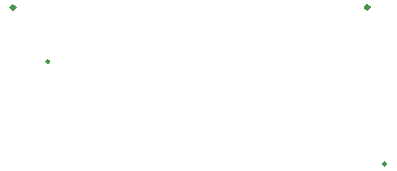
<source format=gto>
G04*
G04 #@! TF.GenerationSoftware,Altium Limited,Altium Designer,25.4.2 (15)*
G04*
G04 Layer_Color=65535*
%FSLAX44Y44*%
%MOMM*%
G71*
G04*
G04 #@! TF.SameCoordinates,8BB3DE61-D15D-4615-A688-D497E92F8216*
G04*
G04*
G04 #@! TF.FilePolarity,Positive*
G04*
G01*
G75*
%ADD10C,0.3000*%
%ADD11C,0.2500*%
D10*
X336500Y646660D02*
G03*
X336500Y646660I-1500J0D01*
G01*
X36500D02*
G03*
X36500Y646660I-1500J0D01*
G01*
D11*
X65400Y600750D02*
G03*
X65400Y600750I-1000J0D01*
G01*
X350789Y513974D02*
G03*
X350789Y513974I-1250J0D01*
G01*
M02*

</source>
